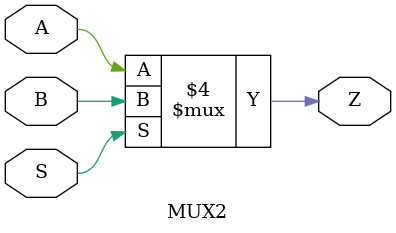
<source format=v>


`timescale 1ns / 100ps

`default_nettype none   // force the user to declare the data type for all nets



`define IF_ELSE
//`define TRUTH_TABLE
//`define CONDITIONAL_ASSIGN
//`define LOGIC_EQUATION
//`define STRUCTURAL

module MUX2 (

   input wire A, B, S,

`ifdef IF_ELSE
   output reg Z         // the net type must be 'reg' if Z is used within a procedural block such as 'always' 
`elsif TRUTH_TABLE
   output reg Z
`else
   output wire Z        // Z must be declared as 'wire' if assigned through 'assign' or gate primitives, otherwise
`endif

   ) ;


   ////////////////////////////////
   //   behavioral description   //
   ////////////////////////////////

   // using an if/else statement

`ifdef IF_ELSE 

   //always @(*) begin
   always @(A,B,S) begin          // **IMPORTANT: this is a COMBINATIONAL block, all signals contribute to the SENSITIVITY LIST

      if( S == 1'b0 ) begin       // **NOTE: the C-style equality operator checks if the condition is true or false
         Z = A ;
      end
      else begin
         Z = B ;
      end
   end  // always

`endif


`ifdef TRUTH_TABLE

   // using a case statement

   always @(*) begin              // as recommended by the Verilog standard, use always @(*) to describe COMBINATIONAL blocks

      case({S,A,B})

         3'b000 : Z = 1'b0 ;  // A
         3'b001 : Z = 1'b0 ;  // A
         3'b010 : Z = 1'b1 ;  // A
         3'b011 : Z = 1'b1 ;  // A
         3'b100 : Z = 1'b0 ;  // B
         3'b101 : Z = 1'b1 ;  // B
         3'b110 : Z = 1'b0 ;  // B
         3'b111 : Z = 1'b1 ;  // B

      endcase
   end  // always

`endif

   ////////////////////////////////
   //   conditional assignment   //
   ////////////////////////////////

`ifdef CONDITIONAL_ASSIGN

   assign Z = (S == 1'b0) ? A : B ;  

`endif


   //////////////////////////
   //   boolean function   //
   //////////////////////////

`ifdef LOGIC_EQUATION

   assign Z = (A & ~S) | (B & S) ;

`endif


   ////////////////////////////////////
   //   schematic using primitives   //
   ////////////////////////////////////

`ifdef STRUCTURAL

   wire w1, w2, Sbar ;

   /*
   not u1 (Sbar, S) ;

   and u2 (w1, A, Sbar) ;
   and u3 (w2, B, S) ;

   or  u4 (Z, w1, w2) ;
   */

   // add delays to show timing hazards
   not #(1) u1 (Sbar, S) ;

   and #(1) u2 (w1, A, Sbar) ;
   and #(1) u3 (w2, B, S) ;

   or  #(1) u4 (Z, w1, w2) ;

   // **FIX timing hazards
   //wire w3 ;
   //
   //and #(1) u5 (w3, A, B) ;
   //or  #(1) u4 (Z, w1, w2, w3) ;

`endif

endmodule


</source>
